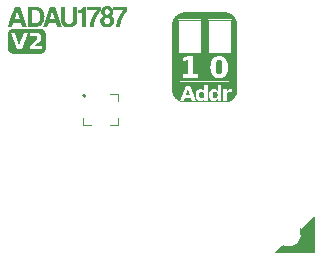
<source format=gbr>
G04 #@! TF.GenerationSoftware,KiCad,Pcbnew,7.0.0*
G04 #@! TF.CreationDate,2024-03-13T15:51:31+01:00*
G04 #@! TF.ProjectId,breakoutBoard_extended,62726561-6b6f-4757-9442-6f6172645f65,rev?*
G04 #@! TF.SameCoordinates,Original*
G04 #@! TF.FileFunction,Legend,Top*
G04 #@! TF.FilePolarity,Positive*
%FSLAX46Y46*%
G04 Gerber Fmt 4.6, Leading zero omitted, Abs format (unit mm)*
G04 Created by KiCad (PCBNEW 7.0.0) date 2024-03-13 15:51:31*
%MOMM*%
%LPD*%
G01*
G04 APERTURE LIST*
%ADD10C,0.000000*%
%ADD11C,0.100000*%
%ADD12C,0.150000*%
%ADD13C,0.120000*%
%ADD14C,0.200000*%
G04 APERTURE END LIST*
D10*
G36*
X64278727Y-39088615D02*
G01*
X64290541Y-39089463D01*
X64301980Y-39090876D01*
X64313043Y-39092854D01*
X64323733Y-39095398D01*
X64334049Y-39098506D01*
X64343993Y-39102180D01*
X64353566Y-39106419D01*
X64362769Y-39111224D01*
X64371603Y-39116593D01*
X64380069Y-39122528D01*
X64388168Y-39129028D01*
X64395901Y-39136093D01*
X64403268Y-39143723D01*
X64410272Y-39151919D01*
X64416913Y-39160679D01*
X64423277Y-39169974D01*
X64429234Y-39179774D01*
X64434784Y-39190079D01*
X64439925Y-39200890D01*
X64444659Y-39212208D01*
X64448983Y-39224035D01*
X64452898Y-39236372D01*
X64456403Y-39249218D01*
X64459497Y-39262576D01*
X64462180Y-39276447D01*
X64464452Y-39290830D01*
X64466312Y-39305729D01*
X64467760Y-39321142D01*
X64468795Y-39337072D01*
X64469416Y-39353520D01*
X64469623Y-39370486D01*
X64469416Y-39387458D01*
X64468795Y-39403921D01*
X64467760Y-39419877D01*
X64466312Y-39435324D01*
X64464452Y-39450261D01*
X64462180Y-39464688D01*
X64459497Y-39478605D01*
X64456403Y-39492012D01*
X64452898Y-39504906D01*
X64448983Y-39517289D01*
X64444659Y-39529160D01*
X64439925Y-39540518D01*
X64434784Y-39551362D01*
X64429234Y-39561692D01*
X64423277Y-39571508D01*
X64416913Y-39580809D01*
X64410272Y-39589570D01*
X64403268Y-39597765D01*
X64395901Y-39605396D01*
X64388168Y-39612461D01*
X64380069Y-39618961D01*
X64371603Y-39624895D01*
X64362769Y-39630265D01*
X64353566Y-39635069D01*
X64343993Y-39639308D01*
X64334049Y-39642982D01*
X64323733Y-39646091D01*
X64313043Y-39648634D01*
X64301980Y-39650612D01*
X64290541Y-39652025D01*
X64278727Y-39652873D01*
X64266535Y-39653156D01*
X64254438Y-39652873D01*
X64242694Y-39652025D01*
X64231304Y-39650612D01*
X64220268Y-39648634D01*
X64209587Y-39646091D01*
X64199260Y-39642982D01*
X64189290Y-39639308D01*
X64179675Y-39635069D01*
X64170417Y-39630265D01*
X64161516Y-39624895D01*
X64152973Y-39618961D01*
X64144788Y-39612461D01*
X64136962Y-39605396D01*
X64129495Y-39597765D01*
X64122387Y-39589570D01*
X64115640Y-39580809D01*
X64109382Y-39571508D01*
X64103528Y-39561692D01*
X64098077Y-39551362D01*
X64093031Y-39540518D01*
X64088388Y-39529160D01*
X64084149Y-39517289D01*
X64080314Y-39504906D01*
X64076882Y-39492012D01*
X64073854Y-39478605D01*
X64071230Y-39464688D01*
X64069009Y-39450261D01*
X64067193Y-39435324D01*
X64065780Y-39419877D01*
X64064770Y-39403921D01*
X64064165Y-39387458D01*
X64063963Y-39370486D01*
X64064165Y-39353520D01*
X64064770Y-39337072D01*
X64065780Y-39321142D01*
X64067193Y-39305729D01*
X64069009Y-39290830D01*
X64071230Y-39276447D01*
X64073854Y-39262576D01*
X64076882Y-39249218D01*
X64080314Y-39236372D01*
X64084149Y-39224035D01*
X64088388Y-39212208D01*
X64093031Y-39200890D01*
X64098077Y-39190079D01*
X64103528Y-39179774D01*
X64109382Y-39169974D01*
X64115640Y-39160679D01*
X64122387Y-39151919D01*
X64129495Y-39143723D01*
X64136962Y-39136093D01*
X64144788Y-39129028D01*
X64152973Y-39122528D01*
X64161516Y-39116593D01*
X64170417Y-39111224D01*
X64179675Y-39106419D01*
X64189290Y-39102180D01*
X64199260Y-39098506D01*
X64209587Y-39095398D01*
X64220268Y-39092854D01*
X64231304Y-39090876D01*
X64242694Y-39089463D01*
X64254438Y-39088615D01*
X64266535Y-39088333D01*
X64278727Y-39088615D01*
G37*
G36*
X65768000Y-36388263D02*
G01*
X65776924Y-36388937D01*
X65785678Y-36389882D01*
X65794264Y-36391097D01*
X65802681Y-36392582D01*
X65810929Y-36394337D01*
X65819007Y-36396363D01*
X65826917Y-36398658D01*
X65834658Y-36401225D01*
X65842230Y-36404061D01*
X65849632Y-36407168D01*
X65856865Y-36410546D01*
X65863928Y-36414194D01*
X65870823Y-36418113D01*
X65877547Y-36422303D01*
X65884102Y-36426764D01*
X65890488Y-36431495D01*
X65896704Y-36436498D01*
X65902750Y-36441771D01*
X65908626Y-36447316D01*
X65914332Y-36453132D01*
X65919869Y-36459218D01*
X65925235Y-36465577D01*
X65930431Y-36472206D01*
X65935458Y-36479107D01*
X65940314Y-36486280D01*
X65944999Y-36493723D01*
X65949515Y-36501439D01*
X65953860Y-36509426D01*
X65962038Y-36526216D01*
X65969773Y-36544178D01*
X65977002Y-36563701D01*
X65983725Y-36584784D01*
X65989943Y-36607428D01*
X65995659Y-36631635D01*
X66000872Y-36657403D01*
X66009796Y-36713629D01*
X66016722Y-36776110D01*
X66021660Y-36844849D01*
X66024617Y-36919852D01*
X66025600Y-37001122D01*
X66025355Y-37042990D01*
X66024617Y-37083285D01*
X66023385Y-37122006D01*
X66021660Y-37159155D01*
X66019439Y-37194730D01*
X66016722Y-37228732D01*
X66013508Y-37261161D01*
X66009796Y-37292017D01*
X66005584Y-37321300D01*
X66000872Y-37349009D01*
X65995659Y-37375146D01*
X65989943Y-37399709D01*
X65983725Y-37422699D01*
X65977002Y-37444116D01*
X65969773Y-37463959D01*
X65962038Y-37482230D01*
X65953718Y-37499169D01*
X65944736Y-37515019D01*
X65935090Y-37529780D01*
X65924783Y-37543450D01*
X65913814Y-37556029D01*
X65902185Y-37567518D01*
X65889894Y-37577914D01*
X65876944Y-37587219D01*
X65863335Y-37595430D01*
X65849067Y-37602549D01*
X65834140Y-37608573D01*
X65818555Y-37613504D01*
X65802313Y-37617339D01*
X65785414Y-37620080D01*
X65767859Y-37621724D01*
X65749648Y-37622272D01*
X65731293Y-37621724D01*
X65722366Y-37621039D01*
X65713606Y-37620080D01*
X65705014Y-37618846D01*
X65696589Y-37617339D01*
X65688331Y-37615558D01*
X65680240Y-37613504D01*
X65672317Y-37611175D01*
X65664560Y-37608573D01*
X65656971Y-37605698D01*
X65649549Y-37602549D01*
X65642294Y-37599126D01*
X65635207Y-37595430D01*
X65628287Y-37591461D01*
X65621534Y-37587219D01*
X65614948Y-37582703D01*
X65608529Y-37577914D01*
X65602277Y-37572853D01*
X65596193Y-37567518D01*
X65590276Y-37561910D01*
X65584526Y-37556029D01*
X65578944Y-37549876D01*
X65573528Y-37543450D01*
X65568280Y-37536751D01*
X65563199Y-37529780D01*
X65558285Y-37522536D01*
X65553539Y-37515019D01*
X65544547Y-37499169D01*
X65536224Y-37482230D01*
X65528484Y-37463959D01*
X65521239Y-37444116D01*
X65514490Y-37422699D01*
X65508238Y-37399709D01*
X65502484Y-37375146D01*
X65497227Y-37349009D01*
X65488209Y-37292017D01*
X65481187Y-37228732D01*
X65476167Y-37159155D01*
X65473152Y-37083285D01*
X65472146Y-37001122D01*
X65472397Y-36959703D01*
X65473152Y-36919852D01*
X65474409Y-36881568D01*
X65476167Y-36844849D01*
X65478427Y-36809697D01*
X65481187Y-36776110D01*
X65484448Y-36744087D01*
X65488209Y-36713629D01*
X65492468Y-36684734D01*
X65497227Y-36657403D01*
X65502484Y-36631635D01*
X65508238Y-36607428D01*
X65514490Y-36584784D01*
X65521239Y-36563701D01*
X65528484Y-36544178D01*
X65536224Y-36526216D01*
X65544547Y-36509426D01*
X65553539Y-36493723D01*
X65563199Y-36479107D01*
X65573528Y-36465577D01*
X65584526Y-36453132D01*
X65596193Y-36441771D01*
X65608529Y-36431495D01*
X65621534Y-36422303D01*
X65635207Y-36414194D01*
X65649549Y-36407168D01*
X65664560Y-36401225D01*
X65680240Y-36396363D01*
X65696589Y-36392582D01*
X65713606Y-36389882D01*
X65731293Y-36388263D01*
X65749648Y-36387723D01*
X65768000Y-36388263D01*
G37*
G36*
X48442586Y-31889435D02*
G01*
X48851526Y-31889435D01*
X49445886Y-33576000D01*
X49062346Y-33576000D01*
X48955666Y-33228036D01*
X48333366Y-33228036D01*
X48213986Y-33576000D01*
X47840606Y-33576000D01*
X48068159Y-32938464D01*
X48424806Y-32938464D01*
X48854066Y-32938464D01*
X48643244Y-32267913D01*
X48640706Y-32267913D01*
X48424806Y-32938464D01*
X48068159Y-32938464D01*
X48442586Y-31889435D01*
G37*
D11*
G36*
X73738000Y-52676000D02*
G01*
X70438000Y-52676000D01*
X71088000Y-52126000D01*
X71338000Y-52276000D01*
X71838000Y-52276000D01*
X72338000Y-52076000D01*
X72638000Y-51676000D01*
X72738000Y-51376000D01*
X72738000Y-50876000D01*
X72638000Y-50676000D01*
X73738000Y-49676000D01*
X73738000Y-52676000D01*
G37*
X73738000Y-52676000D02*
X70438000Y-52676000D01*
X71088000Y-52126000D01*
X71338000Y-52276000D01*
X71838000Y-52276000D01*
X72338000Y-52076000D01*
X72638000Y-51676000D01*
X72738000Y-51376000D01*
X72738000Y-50876000D01*
X72638000Y-50676000D01*
X73738000Y-49676000D01*
X73738000Y-52676000D01*
D10*
G36*
X50618341Y-33767913D02*
G01*
X50642427Y-33769732D01*
X50666154Y-33772729D01*
X50689494Y-33776874D01*
X50712418Y-33782138D01*
X50734895Y-33788491D01*
X50756897Y-33795905D01*
X50778394Y-33804350D01*
X50799358Y-33813796D01*
X50819759Y-33824215D01*
X50839567Y-33835577D01*
X50858754Y-33847854D01*
X50877290Y-33861015D01*
X50895146Y-33875032D01*
X50912293Y-33889875D01*
X50928701Y-33905515D01*
X50944342Y-33921923D01*
X50959185Y-33939069D01*
X50973202Y-33956925D01*
X50986364Y-33975461D01*
X50998641Y-33994647D01*
X51010003Y-34014456D01*
X51020423Y-34034856D01*
X51029869Y-34055820D01*
X51038314Y-34077317D01*
X51045728Y-34099319D01*
X51052082Y-34121796D01*
X51057346Y-34144720D01*
X51061491Y-34168060D01*
X51064488Y-34191788D01*
X51066307Y-34215874D01*
X51066920Y-34240289D01*
X51066920Y-35393688D01*
X51066307Y-35418103D01*
X51064488Y-35442189D01*
X51061491Y-35465917D01*
X51057346Y-35489257D01*
X51052082Y-35512180D01*
X51045728Y-35534658D01*
X51038314Y-35556660D01*
X51029869Y-35578157D01*
X51020423Y-35599121D01*
X51010003Y-35619521D01*
X50998641Y-35639329D01*
X50986364Y-35658516D01*
X50973202Y-35677052D01*
X50959185Y-35694908D01*
X50944342Y-35712054D01*
X50928702Y-35728462D01*
X50912293Y-35744102D01*
X50895147Y-35758945D01*
X50877290Y-35772962D01*
X50858754Y-35786123D01*
X50839567Y-35798399D01*
X50819759Y-35809762D01*
X50799358Y-35820181D01*
X50778395Y-35829627D01*
X50756897Y-35838072D01*
X50734895Y-35845485D01*
X50712418Y-35851839D01*
X50689494Y-35857102D01*
X50666154Y-35861247D01*
X50642427Y-35864244D01*
X50618341Y-35866064D01*
X50593926Y-35866677D01*
X48313600Y-35866677D01*
X48289185Y-35866064D01*
X48265100Y-35864244D01*
X48241372Y-35861247D01*
X48218032Y-35857102D01*
X48195109Y-35851839D01*
X48172631Y-35845485D01*
X48150629Y-35838072D01*
X48129132Y-35829627D01*
X48108168Y-35820181D01*
X48087767Y-35809762D01*
X48067959Y-35798399D01*
X48048772Y-35786123D01*
X48030236Y-35772962D01*
X48012380Y-35758945D01*
X47995233Y-35744102D01*
X47978825Y-35728462D01*
X47963184Y-35712054D01*
X47948341Y-35694908D01*
X47934324Y-35677052D01*
X47921162Y-35658516D01*
X47908886Y-35639329D01*
X47897523Y-35619521D01*
X47887104Y-35599121D01*
X47877657Y-35578157D01*
X47869212Y-35556660D01*
X47861798Y-35534658D01*
X47855445Y-35512180D01*
X47850181Y-35489257D01*
X47846036Y-35465917D01*
X47843039Y-35442189D01*
X47841219Y-35418103D01*
X47840606Y-35393688D01*
X47840606Y-34240289D01*
X47841219Y-34215874D01*
X47843039Y-34191788D01*
X47846036Y-34168060D01*
X47850181Y-34144720D01*
X47855445Y-34121796D01*
X47856926Y-34116555D01*
X48088963Y-34116555D01*
X48603350Y-35505309D01*
X49030301Y-35505309D01*
X49704678Y-35505309D01*
X50713919Y-35505309D01*
X50713919Y-35242077D01*
X50102793Y-35242077D01*
X50399520Y-34981618D01*
X50444473Y-34941499D01*
X50485386Y-34903478D01*
X50504328Y-34885253D01*
X50522259Y-34867551D01*
X50539180Y-34850373D01*
X50555091Y-34833718D01*
X50569992Y-34817587D01*
X50583883Y-34801978D01*
X50596764Y-34786891D01*
X50608635Y-34772328D01*
X50619495Y-34758286D01*
X50629346Y-34744766D01*
X50638186Y-34731769D01*
X50646016Y-34719292D01*
X50653112Y-34706911D01*
X50659751Y-34694415D01*
X50665931Y-34681802D01*
X50671654Y-34669074D01*
X50676919Y-34656230D01*
X50681726Y-34643270D01*
X50686075Y-34630193D01*
X50689967Y-34616999D01*
X50693400Y-34603689D01*
X50696376Y-34590262D01*
X50698894Y-34576717D01*
X50700954Y-34563055D01*
X50702557Y-34549276D01*
X50703701Y-34535378D01*
X50704388Y-34521363D01*
X50704617Y-34507229D01*
X50704076Y-34483033D01*
X50702451Y-34459513D01*
X50699744Y-34436669D01*
X50695955Y-34414501D01*
X50691082Y-34393009D01*
X50685127Y-34372192D01*
X50678089Y-34352052D01*
X50669968Y-34332588D01*
X50660764Y-34313799D01*
X50650478Y-34295686D01*
X50639109Y-34278250D01*
X50626656Y-34261489D01*
X50613122Y-34245404D01*
X50598504Y-34229995D01*
X50582804Y-34215262D01*
X50566021Y-34201205D01*
X50548376Y-34187923D01*
X50529860Y-34175497D01*
X50510472Y-34163926D01*
X50490211Y-34153211D01*
X50469079Y-34143351D01*
X50447074Y-34134348D01*
X50424198Y-34126201D01*
X50400449Y-34118910D01*
X50375829Y-34112477D01*
X50350336Y-34106900D01*
X50323971Y-34102181D01*
X50296735Y-34098319D01*
X50268626Y-34095315D01*
X50239645Y-34093169D01*
X50209792Y-34091881D01*
X50179068Y-34091451D01*
X50179067Y-34091397D01*
X50150624Y-34091734D01*
X50122036Y-34092743D01*
X50093302Y-34094424D01*
X50064423Y-34096773D01*
X50035398Y-34099789D01*
X50006229Y-34103470D01*
X49976914Y-34107815D01*
X49947453Y-34112820D01*
X49917877Y-34118253D01*
X49888213Y-34124294D01*
X49858462Y-34130942D01*
X49828624Y-34138198D01*
X49798698Y-34146062D01*
X49768685Y-34154534D01*
X49738585Y-34163613D01*
X49708398Y-34173300D01*
X49708398Y-34478390D01*
X49736550Y-34461253D01*
X49764267Y-34445231D01*
X49791547Y-34430321D01*
X49818391Y-34416520D01*
X49844800Y-34403824D01*
X49870772Y-34392232D01*
X49896308Y-34381739D01*
X49921408Y-34372344D01*
X49946043Y-34363830D01*
X49958176Y-34360000D01*
X49970184Y-34356455D01*
X49982070Y-34353195D01*
X49993831Y-34350219D01*
X50005469Y-34347527D01*
X50016984Y-34345119D01*
X50028375Y-34342995D01*
X50039642Y-34341154D01*
X50050786Y-34339598D01*
X50061807Y-34338324D01*
X50072704Y-34337334D01*
X50083477Y-34336627D01*
X50094127Y-34336203D01*
X50104653Y-34336062D01*
X50118086Y-34336295D01*
X50131178Y-34336994D01*
X50143928Y-34338159D01*
X50156336Y-34339789D01*
X50168403Y-34341885D01*
X50180128Y-34344447D01*
X50191512Y-34347473D01*
X50202554Y-34350965D01*
X50213255Y-34354923D01*
X50223614Y-34359345D01*
X50233632Y-34364232D01*
X50243308Y-34369583D01*
X50252642Y-34375400D01*
X50261635Y-34381681D01*
X50270286Y-34388426D01*
X50278596Y-34395635D01*
X50286593Y-34403221D01*
X50294075Y-34411108D01*
X50301040Y-34419293D01*
X50307490Y-34427777D01*
X50313423Y-34436561D01*
X50318841Y-34445643D01*
X50323742Y-34455023D01*
X50328128Y-34464701D01*
X50331998Y-34474677D01*
X50335352Y-34484951D01*
X50338189Y-34495521D01*
X50340511Y-34506389D01*
X50342317Y-34517553D01*
X50343607Y-34529013D01*
X50344381Y-34540770D01*
X50344639Y-34552822D01*
X50344512Y-34560714D01*
X50344130Y-34568568D01*
X50343494Y-34576385D01*
X50342604Y-34584165D01*
X50341460Y-34591908D01*
X50340061Y-34599614D01*
X50338408Y-34607283D01*
X50336500Y-34614915D01*
X50334338Y-34622511D01*
X50331922Y-34630070D01*
X50329251Y-34637593D01*
X50326326Y-34645079D01*
X50323147Y-34652529D01*
X50319713Y-34659942D01*
X50316025Y-34667319D01*
X50312083Y-34674660D01*
X50307875Y-34681999D01*
X50303392Y-34689358D01*
X50298632Y-34696739D01*
X50293596Y-34704140D01*
X50288283Y-34711562D01*
X50282695Y-34719006D01*
X50276830Y-34726472D01*
X50270690Y-34733959D01*
X50264273Y-34741468D01*
X50257580Y-34748999D01*
X50250611Y-34756553D01*
X50243366Y-34764129D01*
X50235845Y-34771727D01*
X50228047Y-34779348D01*
X50219974Y-34786992D01*
X50211624Y-34794659D01*
X49704678Y-35242077D01*
X49704678Y-35505309D01*
X49030301Y-35505309D01*
X49544688Y-34116555D01*
X49184710Y-34116555D01*
X48817290Y-35141607D01*
X48448941Y-34116555D01*
X48088963Y-34116555D01*
X47856926Y-34116555D01*
X47861798Y-34099319D01*
X47869212Y-34077317D01*
X47877657Y-34055820D01*
X47887104Y-34034856D01*
X47897523Y-34014456D01*
X47908886Y-33994647D01*
X47921162Y-33975461D01*
X47934324Y-33956925D01*
X47948341Y-33939069D01*
X47963184Y-33921923D01*
X47978825Y-33905515D01*
X47995233Y-33889875D01*
X48012380Y-33875032D01*
X48030236Y-33861015D01*
X48048772Y-33847854D01*
X48067959Y-33835577D01*
X48087767Y-33824215D01*
X48108168Y-33813796D01*
X48129132Y-33804350D01*
X48150629Y-33795905D01*
X48172631Y-33788491D01*
X48195109Y-33782138D01*
X48218032Y-33776874D01*
X48241372Y-33772729D01*
X48265100Y-33769732D01*
X48289185Y-33767913D01*
X48313600Y-33767300D01*
X50593926Y-33767300D01*
X50618341Y-33767913D01*
G37*
G36*
X52717398Y-33001965D02*
G01*
X52717724Y-33021266D01*
X52718699Y-33040110D01*
X52720317Y-33058487D01*
X52722572Y-33076387D01*
X52725457Y-33093799D01*
X52728967Y-33110714D01*
X52733096Y-33127122D01*
X52737837Y-33143011D01*
X52743184Y-33158372D01*
X52749132Y-33173194D01*
X52755675Y-33187467D01*
X52762805Y-33201182D01*
X52770518Y-33214327D01*
X52778807Y-33226893D01*
X52787667Y-33238869D01*
X52797090Y-33250245D01*
X52807072Y-33261011D01*
X52817606Y-33271157D01*
X52828685Y-33280672D01*
X52840305Y-33289546D01*
X52852459Y-33297769D01*
X52865140Y-33305331D01*
X52878343Y-33312221D01*
X52892062Y-33318429D01*
X52906291Y-33323945D01*
X52921024Y-33328759D01*
X52936254Y-33332860D01*
X52951976Y-33336239D01*
X52968183Y-33338885D01*
X52984870Y-33340787D01*
X53002030Y-33341936D01*
X53019658Y-33342321D01*
X53060705Y-33341069D01*
X53080225Y-33339502D01*
X53099077Y-33337306D01*
X53117261Y-33334479D01*
X53134778Y-33331020D01*
X53151628Y-33326927D01*
X53167811Y-33322200D01*
X53183328Y-33316836D01*
X53198180Y-33310835D01*
X53212367Y-33304195D01*
X53225889Y-33296914D01*
X53238747Y-33288992D01*
X53250941Y-33280426D01*
X53262472Y-33271215D01*
X53273340Y-33261359D01*
X53283546Y-33250855D01*
X53293090Y-33239702D01*
X53301973Y-33227899D01*
X53310195Y-33215445D01*
X53317757Y-33202337D01*
X53324658Y-33188575D01*
X53330900Y-33174157D01*
X53336483Y-33159082D01*
X53341408Y-33143348D01*
X53345674Y-33126955D01*
X53349283Y-33109900D01*
X53352234Y-33092182D01*
X53354529Y-33073800D01*
X53356168Y-33054752D01*
X53357150Y-33035037D01*
X53357478Y-33014654D01*
X53357478Y-31889435D01*
X53718158Y-31889435D01*
X53718158Y-33014654D01*
X53717423Y-33052411D01*
X53715226Y-33089005D01*
X53711578Y-33124434D01*
X53706490Y-33158695D01*
X53699973Y-33191785D01*
X53692039Y-33223704D01*
X53682698Y-33254447D01*
X53671962Y-33284013D01*
X53659842Y-33312400D01*
X53646349Y-33339606D01*
X53631494Y-33365627D01*
X53615288Y-33390461D01*
X53597743Y-33414107D01*
X53578870Y-33436562D01*
X53558680Y-33457823D01*
X53537183Y-33477889D01*
X53514392Y-33496757D01*
X53490317Y-33514424D01*
X53464970Y-33530888D01*
X53438361Y-33546148D01*
X53410503Y-33560200D01*
X53381405Y-33573042D01*
X53351079Y-33584673D01*
X53319537Y-33595089D01*
X53286789Y-33604288D01*
X53252847Y-33612268D01*
X53217722Y-33619027D01*
X53181424Y-33624562D01*
X53105358Y-33631953D01*
X53024738Y-33634420D01*
X52949873Y-33632153D01*
X52913828Y-33629313D01*
X52878733Y-33625331D01*
X52844607Y-33620203D01*
X52811469Y-33613925D01*
X52779339Y-33606494D01*
X52748235Y-33597905D01*
X52718177Y-33588156D01*
X52689183Y-33577242D01*
X52661273Y-33565160D01*
X52634466Y-33551905D01*
X52608780Y-33537475D01*
X52584236Y-33521866D01*
X52560851Y-33505073D01*
X52538645Y-33487094D01*
X52517638Y-33467923D01*
X52497847Y-33447559D01*
X52479293Y-33425997D01*
X52461994Y-33403233D01*
X52445969Y-33379263D01*
X52431238Y-33354084D01*
X52417819Y-33327693D01*
X52405732Y-33300085D01*
X52394995Y-33271256D01*
X52385628Y-33241204D01*
X52377650Y-33209924D01*
X52371080Y-33177413D01*
X52365936Y-33143666D01*
X52362239Y-33108681D01*
X52360006Y-33072453D01*
X52359258Y-33034979D01*
X52359258Y-31889435D01*
X52717398Y-31889435D01*
X52717398Y-33001965D01*
G37*
G36*
X63277965Y-39379271D02*
G01*
X62925531Y-39379271D01*
X63102265Y-38867674D01*
X63277965Y-39379271D01*
G37*
G36*
X55732373Y-32143438D02*
G01*
X55663437Y-32223039D01*
X55598562Y-32304590D01*
X55537756Y-32387957D01*
X55481032Y-32473005D01*
X55428401Y-32559601D01*
X55379874Y-32647611D01*
X55335462Y-32736901D01*
X55295176Y-32827337D01*
X55259027Y-32918785D01*
X55227027Y-33011111D01*
X55199187Y-33104181D01*
X55175518Y-33197860D01*
X55156031Y-33292016D01*
X55140737Y-33386514D01*
X55129647Y-33481220D01*
X55122773Y-33576000D01*
X54782413Y-33576000D01*
X54791431Y-33484881D01*
X54804196Y-33393562D01*
X54820705Y-33302198D01*
X54840952Y-33210947D01*
X54864935Y-33119963D01*
X54892650Y-33029405D01*
X54924093Y-32939426D01*
X54959261Y-32850185D01*
X54998149Y-32761837D01*
X55040754Y-32674539D01*
X55087072Y-32588446D01*
X55137100Y-32503715D01*
X55190834Y-32420502D01*
X55248270Y-32338963D01*
X55309404Y-32259255D01*
X55374233Y-32181533D01*
X54551273Y-32181533D01*
X54551273Y-31889435D01*
X55732373Y-31889435D01*
X55732373Y-32143438D01*
G37*
G36*
X65422326Y-39088615D02*
G01*
X65434141Y-39089463D01*
X65445579Y-39090876D01*
X65456643Y-39092854D01*
X65467332Y-39095398D01*
X65477648Y-39098506D01*
X65487592Y-39102180D01*
X65497166Y-39106419D01*
X65506369Y-39111224D01*
X65515203Y-39116593D01*
X65523669Y-39122528D01*
X65531767Y-39129028D01*
X65539500Y-39136093D01*
X65546868Y-39143723D01*
X65553872Y-39151919D01*
X65560512Y-39160679D01*
X65566876Y-39169974D01*
X65572833Y-39179774D01*
X65578383Y-39190079D01*
X65583525Y-39200890D01*
X65588258Y-39212208D01*
X65592582Y-39224035D01*
X65596497Y-39236372D01*
X65600002Y-39249218D01*
X65603096Y-39262576D01*
X65605780Y-39276447D01*
X65608052Y-39290830D01*
X65609912Y-39305729D01*
X65611360Y-39321142D01*
X65612394Y-39337072D01*
X65613015Y-39353520D01*
X65613222Y-39370486D01*
X65613015Y-39387458D01*
X65612394Y-39403921D01*
X65611360Y-39419877D01*
X65609912Y-39435324D01*
X65608052Y-39450261D01*
X65605780Y-39464688D01*
X65603096Y-39478605D01*
X65600002Y-39492012D01*
X65596497Y-39504906D01*
X65592582Y-39517289D01*
X65588258Y-39529160D01*
X65583525Y-39540518D01*
X65578383Y-39551362D01*
X65572833Y-39561692D01*
X65566876Y-39571508D01*
X65560512Y-39580809D01*
X65553872Y-39589570D01*
X65546868Y-39597765D01*
X65539500Y-39605396D01*
X65531767Y-39612461D01*
X65523669Y-39618961D01*
X65515203Y-39624895D01*
X65506369Y-39630265D01*
X65497166Y-39635069D01*
X65487592Y-39639308D01*
X65477648Y-39642982D01*
X65467332Y-39646091D01*
X65456643Y-39648634D01*
X65445579Y-39650612D01*
X65434141Y-39652025D01*
X65422326Y-39652873D01*
X65410134Y-39653156D01*
X65398037Y-39652873D01*
X65386294Y-39652025D01*
X65374904Y-39650612D01*
X65363868Y-39648634D01*
X65353186Y-39646091D01*
X65342860Y-39642982D01*
X65332889Y-39639308D01*
X65323274Y-39635069D01*
X65314017Y-39630265D01*
X65305116Y-39624895D01*
X65296572Y-39618961D01*
X65288387Y-39612461D01*
X65280561Y-39605396D01*
X65273094Y-39597765D01*
X65265986Y-39589570D01*
X65259239Y-39580809D01*
X65252981Y-39571508D01*
X65247127Y-39561692D01*
X65241677Y-39551362D01*
X65236630Y-39540518D01*
X65231988Y-39529160D01*
X65227749Y-39517289D01*
X65223913Y-39504906D01*
X65220482Y-39492012D01*
X65217454Y-39478605D01*
X65214829Y-39464688D01*
X65212609Y-39450261D01*
X65210792Y-39435324D01*
X65209379Y-39419877D01*
X65208370Y-39403921D01*
X65207764Y-39387458D01*
X65207562Y-39370486D01*
X65207764Y-39353520D01*
X65208370Y-39337072D01*
X65209379Y-39321142D01*
X65210792Y-39305729D01*
X65212609Y-39290830D01*
X65214829Y-39276447D01*
X65217454Y-39262576D01*
X65220482Y-39249218D01*
X65223913Y-39236372D01*
X65227749Y-39224035D01*
X65231988Y-39212208D01*
X65236630Y-39200890D01*
X65241677Y-39190079D01*
X65247127Y-39179774D01*
X65252981Y-39169974D01*
X65259239Y-39160679D01*
X65265986Y-39151919D01*
X65273094Y-39143723D01*
X65280561Y-39136093D01*
X65288387Y-39129028D01*
X65296572Y-39122528D01*
X65305116Y-39116593D01*
X65314017Y-39111224D01*
X65323274Y-39106419D01*
X65332889Y-39102180D01*
X65342860Y-39098506D01*
X65353186Y-39095398D01*
X65363868Y-39092854D01*
X65374904Y-39090876D01*
X65386294Y-39089463D01*
X65398037Y-39088615D01*
X65410134Y-39088333D01*
X65422326Y-39088615D01*
G37*
G36*
X55756259Y-32331387D02*
G01*
X56060029Y-32331387D01*
X56060832Y-32355692D01*
X56061837Y-32367485D01*
X56063243Y-32379023D01*
X56065052Y-32390298D01*
X56067262Y-32401297D01*
X56069874Y-32412013D01*
X56072887Y-32422433D01*
X56076303Y-32432548D01*
X56080120Y-32442349D01*
X56084340Y-32451823D01*
X56088961Y-32460962D01*
X56093984Y-32469754D01*
X56099409Y-32478191D01*
X56105235Y-32486261D01*
X56111464Y-32493954D01*
X56118094Y-32501260D01*
X56125126Y-32508169D01*
X56132560Y-32514670D01*
X56140396Y-32520754D01*
X56148633Y-32526410D01*
X56157273Y-32531628D01*
X56166314Y-32536398D01*
X56175757Y-32540709D01*
X56185602Y-32544551D01*
X56195849Y-32547914D01*
X56206498Y-32550787D01*
X56217548Y-32553162D01*
X56229000Y-32555026D01*
X56240855Y-32556370D01*
X56253111Y-32557184D01*
X56265768Y-32557458D01*
X56278426Y-32557184D01*
X56290682Y-32556370D01*
X56302536Y-32555026D01*
X56313989Y-32553162D01*
X56325039Y-32550787D01*
X56335688Y-32547914D01*
X56345935Y-32544551D01*
X56355780Y-32540709D01*
X56365223Y-32536398D01*
X56374264Y-32531628D01*
X56382903Y-32526410D01*
X56391141Y-32520754D01*
X56398977Y-32514670D01*
X56406411Y-32508169D01*
X56413443Y-32501260D01*
X56420073Y-32493954D01*
X56426302Y-32486261D01*
X56432128Y-32478191D01*
X56437553Y-32469754D01*
X56442576Y-32460962D01*
X56447197Y-32451823D01*
X56451416Y-32442349D01*
X56455234Y-32432548D01*
X56458649Y-32422433D01*
X56461663Y-32412013D01*
X56464275Y-32401297D01*
X56468293Y-32379023D01*
X56470704Y-32355692D01*
X56471508Y-32331387D01*
X56470704Y-32306216D01*
X56469700Y-32294053D01*
X56468293Y-32282183D01*
X56466485Y-32270615D01*
X56464275Y-32259356D01*
X56461663Y-32248416D01*
X56458649Y-32237802D01*
X56455234Y-32227523D01*
X56451416Y-32217588D01*
X56447197Y-32208004D01*
X56442576Y-32198780D01*
X56437553Y-32189924D01*
X56432128Y-32181445D01*
X56426302Y-32173352D01*
X56420073Y-32165651D01*
X56413443Y-32158353D01*
X56406411Y-32151465D01*
X56398977Y-32144995D01*
X56391141Y-32138952D01*
X56382903Y-32133345D01*
X56374264Y-32128181D01*
X56365223Y-32123470D01*
X56355780Y-32119219D01*
X56345935Y-32115436D01*
X56335688Y-32112131D01*
X56325039Y-32109311D01*
X56313989Y-32106986D01*
X56302536Y-32105162D01*
X56290682Y-32103849D01*
X56278426Y-32103055D01*
X56265768Y-32102789D01*
X56253111Y-32103055D01*
X56240855Y-32103849D01*
X56229000Y-32105162D01*
X56217548Y-32106986D01*
X56206498Y-32109311D01*
X56195849Y-32112131D01*
X56185602Y-32115436D01*
X56175757Y-32119219D01*
X56166314Y-32123470D01*
X56157273Y-32128181D01*
X56148633Y-32133345D01*
X56140396Y-32138952D01*
X56132560Y-32144995D01*
X56125126Y-32151465D01*
X56118094Y-32158353D01*
X56111464Y-32165651D01*
X56105235Y-32173352D01*
X56099409Y-32181445D01*
X56093984Y-32189924D01*
X56088961Y-32198780D01*
X56084340Y-32208004D01*
X56080120Y-32217588D01*
X56076303Y-32227523D01*
X56072887Y-32237802D01*
X56069874Y-32248416D01*
X56067262Y-32259356D01*
X56063243Y-32282183D01*
X56060832Y-32306216D01*
X56060029Y-32331387D01*
X55756259Y-32331387D01*
X55755833Y-32325170D01*
X55755229Y-32298346D01*
X55755864Y-32273548D01*
X55757754Y-32249176D01*
X55760871Y-32225253D01*
X55765190Y-32201803D01*
X55770685Y-32178850D01*
X55777330Y-32156418D01*
X55785098Y-32134529D01*
X55793964Y-32113209D01*
X55803901Y-32092480D01*
X55814884Y-32072366D01*
X55826886Y-32052892D01*
X55839882Y-32034080D01*
X55853845Y-32015954D01*
X55868750Y-31998539D01*
X55884569Y-31981857D01*
X55901278Y-31965934D01*
X55918851Y-31950791D01*
X55937260Y-31936454D01*
X55956481Y-31922945D01*
X55976486Y-31910289D01*
X55997251Y-31898509D01*
X56018748Y-31887629D01*
X56040953Y-31877673D01*
X56063838Y-31868664D01*
X56087379Y-31860626D01*
X56111548Y-31853582D01*
X56136319Y-31847558D01*
X56161668Y-31842575D01*
X56187567Y-31838659D01*
X56213991Y-31835832D01*
X56240913Y-31834118D01*
X56268308Y-31833542D01*
X56299033Y-31834118D01*
X56328818Y-31835829D01*
X56357661Y-31838650D01*
X56385560Y-31842555D01*
X56412511Y-31847519D01*
X56438514Y-31853515D01*
X56463564Y-31860519D01*
X56487661Y-31868505D01*
X56510801Y-31877447D01*
X56532983Y-31887320D01*
X56554205Y-31898097D01*
X56574462Y-31909755D01*
X56593755Y-31922266D01*
X56612079Y-31935605D01*
X56629434Y-31949747D01*
X56645816Y-31964667D01*
X56661223Y-31980338D01*
X56675653Y-31996735D01*
X56689103Y-32013833D01*
X56701572Y-32031605D01*
X56713056Y-32050027D01*
X56723554Y-32069073D01*
X56733064Y-32088717D01*
X56741582Y-32108933D01*
X56749107Y-32129697D01*
X56755636Y-32150982D01*
X56761166Y-32172763D01*
X56765697Y-32195014D01*
X56769225Y-32217710D01*
X56771747Y-32240825D01*
X56773263Y-32264334D01*
X56773768Y-32288211D01*
X56773223Y-32315871D01*
X56771551Y-32343517D01*
X56768695Y-32371013D01*
X56764601Y-32398225D01*
X56759211Y-32425021D01*
X56752471Y-32451266D01*
X56744325Y-32476827D01*
X56734716Y-32501569D01*
X56729346Y-32513591D01*
X56723589Y-32525358D01*
X56717439Y-32536854D01*
X56710889Y-32548061D01*
X56703931Y-32558964D01*
X56696558Y-32569544D01*
X56688765Y-32579786D01*
X56680543Y-32589673D01*
X56671885Y-32599188D01*
X56662786Y-32608315D01*
X56653237Y-32617036D01*
X56643231Y-32625334D01*
X56632763Y-32633194D01*
X56621824Y-32640598D01*
X56610408Y-32647530D01*
X56598535Y-32653959D01*
X56626448Y-32668004D01*
X56653069Y-32684372D01*
X56678307Y-32702921D01*
X56702093Y-32723521D01*
X56724362Y-32746040D01*
X56745045Y-32770349D01*
X56764077Y-32796317D01*
X56781389Y-32823815D01*
X56796916Y-32852711D01*
X56810589Y-32882876D01*
X56822343Y-32914179D01*
X56832110Y-32946490D01*
X56839823Y-32979679D01*
X56845415Y-33013615D01*
X56848819Y-33048168D01*
X56849969Y-33083209D01*
X56847734Y-33142143D01*
X56844938Y-33170763D01*
X56841019Y-33198784D01*
X56835978Y-33226180D01*
X56829810Y-33252925D01*
X56822515Y-33278992D01*
X56814091Y-33304356D01*
X56804536Y-33328991D01*
X56793848Y-33352870D01*
X56782025Y-33375968D01*
X56769066Y-33398258D01*
X56754968Y-33419714D01*
X56739729Y-33440312D01*
X56723349Y-33460023D01*
X56705824Y-33478823D01*
X56687153Y-33496685D01*
X56667334Y-33513584D01*
X56646366Y-33529492D01*
X56624246Y-33544385D01*
X56600973Y-33558236D01*
X56576544Y-33571020D01*
X56550959Y-33582709D01*
X56524214Y-33593279D01*
X56496308Y-33602702D01*
X56467240Y-33610954D01*
X56437007Y-33618007D01*
X56405608Y-33623836D01*
X56373040Y-33628416D01*
X56339302Y-33631719D01*
X56304393Y-33633720D01*
X56268309Y-33634393D01*
X56232434Y-33633699D01*
X56197677Y-33631639D01*
X56164039Y-33628246D01*
X56131521Y-33623553D01*
X56100125Y-33617593D01*
X56069852Y-33610400D01*
X56040704Y-33602005D01*
X56012681Y-33592443D01*
X55985787Y-33581746D01*
X55960020Y-33569947D01*
X55935384Y-33557079D01*
X55911880Y-33543176D01*
X55889509Y-33528270D01*
X55868272Y-33512394D01*
X55848170Y-33495581D01*
X55829206Y-33477865D01*
X55811380Y-33459278D01*
X55794695Y-33439854D01*
X55779150Y-33419625D01*
X55764749Y-33398624D01*
X55751491Y-33376885D01*
X55739379Y-33354440D01*
X55728414Y-33331323D01*
X55718597Y-33307566D01*
X55709930Y-33283203D01*
X55702414Y-33258266D01*
X55696050Y-33232789D01*
X55690841Y-33206804D01*
X55686786Y-33180345D01*
X55683889Y-33153445D01*
X55682149Y-33126136D01*
X55681569Y-33098452D01*
X55682007Y-33083236D01*
X56027008Y-33083236D01*
X56027820Y-33115256D01*
X56030287Y-33145561D01*
X56032157Y-33160055D01*
X56034459Y-33174102D01*
X56037199Y-33187696D01*
X56040383Y-33200831D01*
X56044017Y-33213502D01*
X56048108Y-33225701D01*
X56052660Y-33237423D01*
X56057682Y-33248661D01*
X56063177Y-33259411D01*
X56069153Y-33269665D01*
X56075616Y-33279418D01*
X56082571Y-33288663D01*
X56090024Y-33297395D01*
X56097983Y-33305608D01*
X56106451Y-33313295D01*
X56115437Y-33320450D01*
X56124945Y-33327068D01*
X56134982Y-33333141D01*
X56145554Y-33338666D01*
X56156667Y-33343634D01*
X56168327Y-33348040D01*
X56180540Y-33351879D01*
X56193312Y-33355144D01*
X56206649Y-33357828D01*
X56220557Y-33359927D01*
X56235042Y-33361433D01*
X56250111Y-33362342D01*
X56265768Y-33362646D01*
X56281441Y-33362342D01*
X56296551Y-33361433D01*
X56311105Y-33359927D01*
X56325106Y-33357828D01*
X56338558Y-33355144D01*
X56351465Y-33351879D01*
X56363832Y-33348040D01*
X56375663Y-33343634D01*
X56386961Y-33338666D01*
X56397732Y-33333141D01*
X56407979Y-33327068D01*
X56417707Y-33320450D01*
X56426919Y-33313295D01*
X56435620Y-33305608D01*
X56443814Y-33297395D01*
X56451505Y-33288663D01*
X56458698Y-33279418D01*
X56465397Y-33269665D01*
X56471605Y-33259411D01*
X56477327Y-33248661D01*
X56482568Y-33237423D01*
X56487330Y-33225701D01*
X56491620Y-33213502D01*
X56495440Y-33200831D01*
X56501689Y-33174102D01*
X56506111Y-33145561D01*
X56508739Y-33115256D01*
X56509608Y-33083236D01*
X56508712Y-33054737D01*
X56506007Y-33027402D01*
X56503969Y-33014200D01*
X56501471Y-33001324D01*
X56498510Y-32988786D01*
X56495083Y-32976597D01*
X56491187Y-32964769D01*
X56486819Y-32953313D01*
X56481977Y-32942242D01*
X56476658Y-32931566D01*
X56470859Y-32921297D01*
X56464577Y-32911448D01*
X56457809Y-32902029D01*
X56450553Y-32893053D01*
X56442806Y-32884530D01*
X56434566Y-32876473D01*
X56425828Y-32868893D01*
X56416591Y-32861802D01*
X56406851Y-32855211D01*
X56396607Y-32849133D01*
X56385855Y-32843578D01*
X56374592Y-32838558D01*
X56362815Y-32834086D01*
X56350522Y-32830172D01*
X56337711Y-32826828D01*
X56324377Y-32824066D01*
X56310519Y-32821898D01*
X56296133Y-32820334D01*
X56281217Y-32819388D01*
X56265768Y-32819070D01*
X56250334Y-32819374D01*
X56235461Y-32820279D01*
X56221144Y-32821776D01*
X56207378Y-32823858D01*
X56194159Y-32826514D01*
X56181483Y-32829736D01*
X56169345Y-32833516D01*
X56157739Y-32837844D01*
X56146662Y-32842711D01*
X56136108Y-32848109D01*
X56126073Y-32854029D01*
X56116553Y-32860462D01*
X56107543Y-32867399D01*
X56099037Y-32874832D01*
X56091032Y-32882751D01*
X56083523Y-32891147D01*
X56076505Y-32900012D01*
X56069974Y-32909338D01*
X56063924Y-32919114D01*
X56058351Y-32929333D01*
X56053251Y-32939985D01*
X56048619Y-32951062D01*
X56044450Y-32962554D01*
X56040740Y-32974454D01*
X56037484Y-32986751D01*
X56034676Y-32999438D01*
X56030391Y-33025943D01*
X56027848Y-33053900D01*
X56027008Y-33083236D01*
X55682007Y-33083236D01*
X55682610Y-33062321D01*
X55683911Y-33044666D01*
X55685731Y-33027290D01*
X55688070Y-33010197D01*
X55690928Y-32993391D01*
X55694304Y-32976874D01*
X55698198Y-32960652D01*
X55702609Y-32944727D01*
X55707536Y-32929104D01*
X55712980Y-32913785D01*
X55718939Y-32898776D01*
X55725414Y-32884079D01*
X55732404Y-32869698D01*
X55739908Y-32855638D01*
X55747926Y-32841901D01*
X55756458Y-32828492D01*
X55765502Y-32815414D01*
X55775059Y-32802670D01*
X55785128Y-32790266D01*
X55795709Y-32778204D01*
X55806801Y-32766488D01*
X55818403Y-32755122D01*
X55830516Y-32744110D01*
X55843138Y-32733455D01*
X55856270Y-32723161D01*
X55869911Y-32713232D01*
X55884059Y-32703671D01*
X55898716Y-32694483D01*
X55913880Y-32685671D01*
X55929551Y-32677238D01*
X55945729Y-32669189D01*
X55932891Y-32662273D01*
X55920568Y-32654869D01*
X55919223Y-32653973D01*
X56598508Y-32653973D01*
X56598535Y-32653959D01*
X56598509Y-32653946D01*
X56598508Y-32653973D01*
X55919223Y-32653973D01*
X55908751Y-32646996D01*
X55897434Y-32638673D01*
X55886610Y-32629918D01*
X55876272Y-32620750D01*
X55866414Y-32611187D01*
X55857027Y-32601249D01*
X55839642Y-32580319D01*
X55824062Y-32558109D01*
X55810230Y-32534767D01*
X55798091Y-32510444D01*
X55787589Y-32485286D01*
X55778669Y-32459444D01*
X55771274Y-32433065D01*
X55765349Y-32406300D01*
X55760838Y-32379296D01*
X55757684Y-32352204D01*
X55756259Y-32331387D01*
G37*
G36*
X61758678Y-33434415D02*
G01*
X61760071Y-33378940D01*
X61764207Y-33324212D01*
X61771019Y-33270297D01*
X61780440Y-33217262D01*
X61792404Y-33165173D01*
X61806844Y-33114097D01*
X61823694Y-33064100D01*
X61842887Y-33015249D01*
X61864357Y-32967610D01*
X61875886Y-32945040D01*
X62231001Y-32945040D01*
X62231001Y-35825483D01*
X64218476Y-35825483D01*
X64218476Y-32945557D01*
X64807587Y-32945557D01*
X64807587Y-35826000D01*
X66795062Y-35826000D01*
X66795062Y-32945557D01*
X64807587Y-32945557D01*
X64218476Y-32945557D01*
X64218476Y-32945040D01*
X62231001Y-32945040D01*
X61875886Y-32945040D01*
X61888038Y-32921251D01*
X61913862Y-32876237D01*
X61941763Y-32832634D01*
X61971675Y-32790511D01*
X62003531Y-32749932D01*
X62037264Y-32710965D01*
X62072809Y-32673676D01*
X62110098Y-32638131D01*
X62149065Y-32604398D01*
X62189644Y-32572542D01*
X62231768Y-32542630D01*
X62275370Y-32514729D01*
X62320384Y-32488905D01*
X62366744Y-32465225D01*
X62414382Y-32443755D01*
X62463233Y-32424562D01*
X62513230Y-32407712D01*
X62564306Y-32393272D01*
X62616395Y-32381308D01*
X62669430Y-32371887D01*
X62723345Y-32365075D01*
X62778073Y-32360939D01*
X62833548Y-32359546D01*
X66209051Y-32359546D01*
X66264526Y-32360939D01*
X66319254Y-32365075D01*
X66373169Y-32371887D01*
X66426204Y-32381308D01*
X66478293Y-32393272D01*
X66529369Y-32407712D01*
X66579366Y-32424562D01*
X66628217Y-32443755D01*
X66675855Y-32465225D01*
X66722215Y-32488905D01*
X66767229Y-32514729D01*
X66810831Y-32542630D01*
X66852955Y-32572542D01*
X66893534Y-32604398D01*
X66932501Y-32638131D01*
X66969790Y-32673676D01*
X67005335Y-32710965D01*
X67039068Y-32749932D01*
X67070924Y-32790511D01*
X67100836Y-32832634D01*
X67128737Y-32876237D01*
X67154561Y-32921251D01*
X67178241Y-32967610D01*
X67199711Y-33015249D01*
X67218905Y-33064100D01*
X67235755Y-33114097D01*
X67250195Y-33165173D01*
X67262159Y-33217262D01*
X67271580Y-33270297D01*
X67278391Y-33324212D01*
X67282527Y-33378940D01*
X67283921Y-33434415D01*
X67283921Y-38911082D01*
X67282527Y-38966557D01*
X67278392Y-39021286D01*
X67271580Y-39075201D01*
X67262159Y-39128236D01*
X67250195Y-39180325D01*
X67235755Y-39231401D01*
X67218905Y-39281398D01*
X67199712Y-39330249D01*
X67178242Y-39377887D01*
X67154561Y-39424247D01*
X67128737Y-39469261D01*
X67100836Y-39512863D01*
X67070924Y-39554987D01*
X67039068Y-39595566D01*
X67005335Y-39634533D01*
X66969790Y-39671822D01*
X66932501Y-39707366D01*
X66893534Y-39741100D01*
X66852955Y-39772956D01*
X66810831Y-39802867D01*
X66767229Y-39830768D01*
X66722215Y-39856592D01*
X66675855Y-39880273D01*
X66628217Y-39901742D01*
X66579366Y-39920936D01*
X66529369Y-39937786D01*
X66478293Y-39952226D01*
X66426204Y-39964190D01*
X66373169Y-39973611D01*
X66319254Y-39980422D01*
X66264526Y-39984558D01*
X66209051Y-39985951D01*
X62833548Y-39985951D01*
X62778073Y-39984558D01*
X62723345Y-39980422D01*
X62669430Y-39973611D01*
X62616395Y-39964190D01*
X62564306Y-39952226D01*
X62513230Y-39937786D01*
X62463233Y-39920936D01*
X62414382Y-39901742D01*
X62366744Y-39880273D01*
X62320384Y-39856592D01*
X62312571Y-39852110D01*
X62427888Y-39852110D01*
X62761201Y-39852110D01*
X62842849Y-39618016D01*
X63361164Y-39618016D01*
X63442296Y-39852110D01*
X63775608Y-39852110D01*
X63597129Y-39370486D01*
X63744603Y-39370486D01*
X63745046Y-39398055D01*
X63746378Y-39424996D01*
X63748598Y-39451307D01*
X63751708Y-39476988D01*
X63755709Y-39502038D01*
X63760602Y-39526458D01*
X63766388Y-39550246D01*
X63773068Y-39573402D01*
X63780643Y-39595925D01*
X63789113Y-39617816D01*
X63798481Y-39639073D01*
X63808746Y-39659696D01*
X63819910Y-39679685D01*
X63831975Y-39699038D01*
X63844940Y-39717756D01*
X63858807Y-39735838D01*
X63873377Y-39752940D01*
X63888448Y-39768936D01*
X63904020Y-39783824D01*
X63920093Y-39797607D01*
X63936665Y-39810285D01*
X63953737Y-39821857D01*
X63971307Y-39832324D01*
X63989377Y-39841688D01*
X64007944Y-39849948D01*
X64027008Y-39857106D01*
X64046570Y-39863160D01*
X64066627Y-39868113D01*
X64087181Y-39871964D01*
X64108230Y-39874714D01*
X64129774Y-39876364D01*
X64151813Y-39876914D01*
X64164313Y-39876763D01*
X64176621Y-39876310D01*
X64188738Y-39875553D01*
X64200663Y-39874492D01*
X64212399Y-39873125D01*
X64223944Y-39871452D01*
X64235300Y-39869471D01*
X64246467Y-39867182D01*
X64257446Y-39864583D01*
X64268236Y-39861674D01*
X64278840Y-39858453D01*
X64289256Y-39854919D01*
X64299486Y-39851072D01*
X64309531Y-39846911D01*
X64319389Y-39842434D01*
X64329063Y-39837640D01*
X64338596Y-39832507D01*
X64348032Y-39827015D01*
X64357370Y-39821162D01*
X64366609Y-39814951D01*
X64375750Y-39808381D01*
X64384791Y-39801452D01*
X64393732Y-39794167D01*
X64402573Y-39786524D01*
X64411313Y-39778524D01*
X64419951Y-39770168D01*
X64428488Y-39761457D01*
X64436922Y-39752390D01*
X64445253Y-39742969D01*
X64453480Y-39733194D01*
X64461604Y-39723065D01*
X64469623Y-39712584D01*
X64469623Y-39852110D01*
X64779682Y-39852110D01*
X64779682Y-39370486D01*
X64888202Y-39370486D01*
X64888646Y-39398055D01*
X64889977Y-39424996D01*
X64892197Y-39451307D01*
X64895308Y-39476988D01*
X64899309Y-39502038D01*
X64904202Y-39526458D01*
X64909987Y-39550246D01*
X64916667Y-39573402D01*
X64924242Y-39595925D01*
X64932712Y-39617816D01*
X64942080Y-39639073D01*
X64952345Y-39659696D01*
X64963510Y-39679685D01*
X64975574Y-39699038D01*
X64988540Y-39717756D01*
X65002407Y-39735838D01*
X65016976Y-39752940D01*
X65032047Y-39768936D01*
X65047619Y-39783824D01*
X65063692Y-39797607D01*
X65080264Y-39810285D01*
X65097336Y-39821857D01*
X65114907Y-39832324D01*
X65132976Y-39841688D01*
X65151543Y-39849948D01*
X65170608Y-39857106D01*
X65190169Y-39863160D01*
X65210227Y-39868113D01*
X65230781Y-39871964D01*
X65251830Y-39874714D01*
X65273374Y-39876364D01*
X65295412Y-39876914D01*
X65307912Y-39876763D01*
X65320220Y-39876310D01*
X65332337Y-39875553D01*
X65344263Y-39874492D01*
X65355998Y-39873125D01*
X65367543Y-39871452D01*
X65378899Y-39869471D01*
X65390066Y-39867182D01*
X65401045Y-39864583D01*
X65411836Y-39861674D01*
X65422439Y-39858453D01*
X65432855Y-39854919D01*
X65443085Y-39851072D01*
X65453130Y-39846911D01*
X65462988Y-39842434D01*
X65472662Y-39837640D01*
X65482195Y-39832507D01*
X65491631Y-39827015D01*
X65500969Y-39821162D01*
X65510208Y-39814951D01*
X65519349Y-39808381D01*
X65528390Y-39801452D01*
X65537331Y-39794167D01*
X65546172Y-39786524D01*
X65554912Y-39778524D01*
X65563550Y-39770168D01*
X65572087Y-39761457D01*
X65580521Y-39752390D01*
X65588852Y-39742969D01*
X65597079Y-39733194D01*
X65605203Y-39723065D01*
X65613222Y-39712584D01*
X65613222Y-39852110D01*
X65923281Y-39852110D01*
X66100531Y-39852110D01*
X66408522Y-39852110D01*
X66408522Y-39407693D01*
X66408775Y-39390186D01*
X66409533Y-39373194D01*
X66410795Y-39356717D01*
X66412560Y-39340756D01*
X66414827Y-39325310D01*
X66417594Y-39310382D01*
X66420862Y-39295970D01*
X66424628Y-39282076D01*
X66428893Y-39268700D01*
X66433654Y-39255843D01*
X66438912Y-39243505D01*
X66444664Y-39231686D01*
X66450910Y-39220388D01*
X66457649Y-39209610D01*
X66464879Y-39199353D01*
X66472601Y-39189618D01*
X66480887Y-39180338D01*
X66489597Y-39171660D01*
X66498732Y-39163584D01*
X66508290Y-39156109D01*
X66518272Y-39149235D01*
X66528678Y-39142962D01*
X66539508Y-39137289D01*
X66550761Y-39132214D01*
X66562439Y-39127739D01*
X66574541Y-39123862D01*
X66587066Y-39120583D01*
X66600016Y-39117901D01*
X66613389Y-39115816D01*
X66627186Y-39114328D01*
X66641407Y-39113435D01*
X66656052Y-39113137D01*
X66666159Y-39113278D01*
X66676238Y-39113702D01*
X66686291Y-39114415D01*
X66696317Y-39115420D01*
X66706315Y-39116720D01*
X66716287Y-39118321D01*
X66726232Y-39120226D01*
X66736151Y-39122439D01*
X66746256Y-39124768D01*
X66756337Y-39127445D01*
X66766402Y-39130461D01*
X66776458Y-39133808D01*
X66786515Y-39137478D01*
X66796580Y-39141463D01*
X66806661Y-39145754D01*
X66816766Y-39150344D01*
X66816249Y-38871292D01*
X66800020Y-38869354D01*
X66785803Y-38867846D01*
X66779460Y-38867254D01*
X66773632Y-38866770D01*
X66768324Y-38866393D01*
X66763539Y-38866124D01*
X66754657Y-38865316D01*
X66746098Y-38864660D01*
X66741940Y-38864408D01*
X66737862Y-38864218D01*
X66733866Y-38864098D01*
X66729949Y-38864057D01*
X66716612Y-38864228D01*
X66703513Y-38864743D01*
X66690653Y-38865601D01*
X66678031Y-38866802D01*
X66665646Y-38868346D01*
X66653499Y-38870234D01*
X66641588Y-38872464D01*
X66629913Y-38875038D01*
X66618473Y-38877955D01*
X66607268Y-38881215D01*
X66596298Y-38884818D01*
X66585562Y-38888765D01*
X66575060Y-38893054D01*
X66564790Y-38897687D01*
X66554753Y-38902663D01*
X66544948Y-38907982D01*
X66535430Y-38913569D01*
X66526039Y-38919563D01*
X66516777Y-38925963D01*
X66507644Y-38932770D01*
X66498642Y-38939983D01*
X66489771Y-38947601D01*
X66481033Y-38955624D01*
X66472429Y-38964051D01*
X66463959Y-38972882D01*
X66455625Y-38982115D01*
X66447427Y-38991752D01*
X66439367Y-39001791D01*
X66431445Y-39012231D01*
X66423663Y-39023073D01*
X66416022Y-39034315D01*
X66408522Y-39045958D01*
X66408522Y-38887311D01*
X66100531Y-38887311D01*
X66100531Y-39852110D01*
X65923281Y-39852110D01*
X65923281Y-38512140D01*
X65613222Y-38512140D01*
X65613222Y-39028904D01*
X65605204Y-39018529D01*
X65597081Y-39008503D01*
X65588853Y-38998827D01*
X65580521Y-38989501D01*
X65572083Y-38980525D01*
X65563538Y-38971899D01*
X65554887Y-38963623D01*
X65546129Y-38955696D01*
X65537263Y-38948120D01*
X65528289Y-38940893D01*
X65519207Y-38934016D01*
X65510015Y-38927489D01*
X65500713Y-38921313D01*
X65491302Y-38915485D01*
X65481779Y-38910008D01*
X65472146Y-38904881D01*
X65462472Y-38899975D01*
X65452612Y-38895379D01*
X65442568Y-38891092D01*
X65432339Y-38887117D01*
X65421927Y-38883454D01*
X65411331Y-38880105D01*
X65400553Y-38877069D01*
X65389593Y-38874349D01*
X65378451Y-38871945D01*
X65367128Y-38869858D01*
X65355624Y-38868090D01*
X65343940Y-38866640D01*
X65332076Y-38865511D01*
X65320033Y-38864704D01*
X65307812Y-38864219D01*
X65295412Y-38864057D01*
X65273374Y-38864612D01*
X65251830Y-38866277D01*
X65230781Y-38869053D01*
X65210227Y-38872938D01*
X65190169Y-38877935D01*
X65170608Y-38884041D01*
X65151543Y-38891257D01*
X65132976Y-38899584D01*
X65114907Y-38909021D01*
X65097336Y-38919568D01*
X65080264Y-38931226D01*
X65063692Y-38943994D01*
X65047619Y-38957872D01*
X65032047Y-38972860D01*
X65016976Y-38988958D01*
X65002407Y-39006167D01*
X64988540Y-39024143D01*
X64975574Y-39042758D01*
X64963510Y-39062012D01*
X64952345Y-39081905D01*
X64942080Y-39102438D01*
X64932712Y-39123610D01*
X64924242Y-39145421D01*
X64916667Y-39167871D01*
X64909987Y-39190961D01*
X64904202Y-39214689D01*
X64899309Y-39239057D01*
X64895308Y-39264065D01*
X64892197Y-39289711D01*
X64889977Y-39315997D01*
X64888646Y-39342922D01*
X64888202Y-39370486D01*
X64779682Y-39370486D01*
X64779682Y-38512140D01*
X64469623Y-38512140D01*
X64469623Y-39028904D01*
X64461604Y-39018529D01*
X64453482Y-39008503D01*
X64445254Y-38998827D01*
X64436922Y-38989501D01*
X64428483Y-38980525D01*
X64419939Y-38971899D01*
X64411288Y-38963623D01*
X64402530Y-38955696D01*
X64393664Y-38948120D01*
X64384690Y-38940893D01*
X64375607Y-38934016D01*
X64366416Y-38927489D01*
X64357114Y-38921313D01*
X64347702Y-38915485D01*
X64338180Y-38910008D01*
X64328546Y-38904881D01*
X64318872Y-38899975D01*
X64309012Y-38895379D01*
X64298968Y-38891092D01*
X64288739Y-38887117D01*
X64278327Y-38883454D01*
X64267732Y-38880105D01*
X64256954Y-38877069D01*
X64245993Y-38874349D01*
X64234851Y-38871945D01*
X64223528Y-38869858D01*
X64212024Y-38868090D01*
X64200340Y-38866640D01*
X64188477Y-38865511D01*
X64176434Y-38864704D01*
X64164212Y-38864219D01*
X64151813Y-38864057D01*
X64129774Y-38864612D01*
X64108230Y-38866277D01*
X64087181Y-38869053D01*
X64066627Y-38872938D01*
X64046570Y-38877935D01*
X64027008Y-38884041D01*
X64007944Y-38891257D01*
X63989377Y-38899584D01*
X63971307Y-38909021D01*
X63953737Y-38919568D01*
X63936665Y-38931226D01*
X63920093Y-38943994D01*
X63904020Y-38957872D01*
X63888448Y-38972860D01*
X63873377Y-38988958D01*
X63858807Y-39006167D01*
X63844940Y-39024143D01*
X63831975Y-39042758D01*
X63819910Y-39062012D01*
X63808746Y-39081905D01*
X63798481Y-39102438D01*
X63789113Y-39123610D01*
X63780643Y-39145421D01*
X63773068Y-39167871D01*
X63766388Y-39190961D01*
X63760602Y-39214689D01*
X63755709Y-39239057D01*
X63751708Y-39264065D01*
X63748598Y-39289711D01*
X63746378Y-39315997D01*
X63745046Y-39342922D01*
X63744603Y-39370486D01*
X63597129Y-39370486D01*
X63299152Y-38566401D01*
X62903828Y-38566401D01*
X62427888Y-39852110D01*
X62312571Y-39852110D01*
X62275370Y-39830768D01*
X62231768Y-39802867D01*
X62189644Y-39772956D01*
X62149065Y-39741100D01*
X62110098Y-39707366D01*
X62072809Y-39671822D01*
X62037264Y-39634533D01*
X62003531Y-39595566D01*
X61971675Y-39554987D01*
X61941763Y-39512863D01*
X61913862Y-39469261D01*
X61888038Y-39424247D01*
X61864357Y-39377887D01*
X61842887Y-39330249D01*
X61823694Y-39281398D01*
X61806844Y-39231401D01*
X61792404Y-39180325D01*
X61780440Y-39128236D01*
X61771019Y-39075201D01*
X61764207Y-39021286D01*
X61760071Y-38966557D01*
X61758678Y-38911082D01*
X61758678Y-38301301D01*
X61758678Y-38193814D01*
X62448558Y-38193814D01*
X62448558Y-38301301D01*
X66594041Y-38301301D01*
X66594041Y-38193814D01*
X62448558Y-38193814D01*
X61758678Y-38193814D01*
X61758678Y-36505545D01*
X61758678Y-36189802D01*
X62685753Y-36189802D01*
X62685753Y-36505545D01*
X63106399Y-36418729D01*
X63106399Y-37582482D01*
X62696605Y-37582482D01*
X62696605Y-37903392D01*
X63955442Y-37903392D01*
X63955442Y-37582482D01*
X63545648Y-37582482D01*
X63545648Y-37004739D01*
X65008091Y-37004739D01*
X65008843Y-37059862D01*
X65011098Y-37113392D01*
X65014858Y-37165330D01*
X65020122Y-37215676D01*
X65026892Y-37264430D01*
X65035167Y-37311592D01*
X65044948Y-37357163D01*
X65056237Y-37401141D01*
X65069032Y-37443527D01*
X65083335Y-37484321D01*
X65099147Y-37523523D01*
X65116467Y-37561133D01*
X65135296Y-37597151D01*
X65155635Y-37631577D01*
X65177485Y-37664411D01*
X65200845Y-37695653D01*
X65225598Y-37725002D01*
X65251627Y-37752457D01*
X65278930Y-37778019D01*
X65307508Y-37801687D01*
X65337359Y-37823461D01*
X65368484Y-37843343D01*
X65400881Y-37861330D01*
X65434551Y-37877425D01*
X65469492Y-37891626D01*
X65505705Y-37903933D01*
X65543188Y-37914347D01*
X65581942Y-37922868D01*
X65621965Y-37929495D01*
X65663258Y-37934229D01*
X65705819Y-37937069D01*
X65749648Y-37938015D01*
X65793327Y-37937069D01*
X65835741Y-37934229D01*
X65876889Y-37929495D01*
X65916773Y-37922868D01*
X65955392Y-37914347D01*
X65992747Y-37903933D01*
X66028839Y-37891626D01*
X66063668Y-37877425D01*
X66097235Y-37861330D01*
X66129541Y-37843343D01*
X66160584Y-37823461D01*
X66190367Y-37801687D01*
X66218890Y-37778019D01*
X66246153Y-37752457D01*
X66272157Y-37725002D01*
X66296902Y-37695653D01*
X66320267Y-37664411D01*
X66342133Y-37631577D01*
X66362498Y-37597151D01*
X66381360Y-37561133D01*
X66398719Y-37523523D01*
X66414574Y-37484321D01*
X66428924Y-37443527D01*
X66441768Y-37401141D01*
X66453104Y-37357163D01*
X66462932Y-37311592D01*
X66471251Y-37264430D01*
X66478059Y-37215676D01*
X66483357Y-37165330D01*
X66487142Y-37113392D01*
X66489413Y-37059862D01*
X66490171Y-37004739D01*
X66489413Y-36949476D01*
X66487142Y-36895823D01*
X66483357Y-36843781D01*
X66478059Y-36793350D01*
X66471251Y-36744530D01*
X66462932Y-36697321D01*
X66453104Y-36651723D01*
X66441768Y-36607735D01*
X66428924Y-36565358D01*
X66414574Y-36524593D01*
X66398719Y-36485438D01*
X66381360Y-36447894D01*
X66362498Y-36411960D01*
X66342133Y-36377638D01*
X66320267Y-36344926D01*
X66296902Y-36313826D01*
X66272157Y-36284333D01*
X66246153Y-36256747D01*
X66218890Y-36231066D01*
X66190367Y-36207291D01*
X66160584Y-36185421D01*
X66129541Y-36165456D01*
X66097235Y-36147394D01*
X66063668Y-36131235D01*
X66028839Y-36116980D01*
X65992747Y-36104627D01*
X65955392Y-36094175D01*
X65916773Y-36085625D01*
X65876889Y-36078976D01*
X65835741Y-36074228D01*
X65793327Y-36071379D01*
X65749648Y-36070429D01*
X65705819Y-36071379D01*
X65663258Y-36074228D01*
X65621965Y-36078976D01*
X65581942Y-36085625D01*
X65543188Y-36094175D01*
X65505705Y-36104627D01*
X65469492Y-36116980D01*
X65434551Y-36131235D01*
X65400881Y-36147394D01*
X65368484Y-36165456D01*
X65337359Y-36185421D01*
X65307508Y-36207291D01*
X65278930Y-36231066D01*
X65251627Y-36256747D01*
X65225598Y-36284333D01*
X65200845Y-36313826D01*
X65177485Y-36344926D01*
X65155635Y-36377638D01*
X65135296Y-36411960D01*
X65116467Y-36447894D01*
X65099147Y-36485438D01*
X65083335Y-36524593D01*
X65069032Y-36565358D01*
X65056237Y-36607735D01*
X65044948Y-36651723D01*
X65035167Y-36697321D01*
X65026892Y-36744530D01*
X65020122Y-36793350D01*
X65014858Y-36843781D01*
X65011098Y-36895823D01*
X65008843Y-36949476D01*
X65008091Y-37004739D01*
X63545648Y-37004739D01*
X63545648Y-36102986D01*
X63104332Y-36102986D01*
X62685753Y-36189802D01*
X61758678Y-36189802D01*
X61758678Y-35826000D01*
X61758678Y-35825483D01*
X61758678Y-33434415D01*
G37*
G36*
X49524625Y-31889462D02*
G01*
X50177405Y-31889462D01*
X50219874Y-31890374D01*
X50261535Y-31893096D01*
X50302351Y-31897607D01*
X50342287Y-31903887D01*
X50381307Y-31911916D01*
X50419377Y-31921674D01*
X50456461Y-31933139D01*
X50492524Y-31946291D01*
X50527530Y-31961110D01*
X50561443Y-31977575D01*
X50594230Y-31995667D01*
X50625854Y-32015364D01*
X50656279Y-32036645D01*
X50685472Y-32059492D01*
X50713395Y-32083882D01*
X50740015Y-32109796D01*
X50765295Y-32137214D01*
X50789200Y-32166114D01*
X50811695Y-32196476D01*
X50832745Y-32228280D01*
X50852313Y-32261505D01*
X50870366Y-32296132D01*
X50886867Y-32332139D01*
X50901781Y-32369506D01*
X50915073Y-32408212D01*
X50926707Y-32448238D01*
X50936649Y-32489562D01*
X50944862Y-32532164D01*
X50951311Y-32576025D01*
X50955962Y-32621122D01*
X50958778Y-32667436D01*
X50959725Y-32714947D01*
X50958874Y-32762560D01*
X50956338Y-32809172D01*
X50952144Y-32854749D01*
X50946320Y-32899258D01*
X50938893Y-32942666D01*
X50929889Y-32984939D01*
X50919335Y-33026043D01*
X50907258Y-33065946D01*
X50893686Y-33104613D01*
X50878645Y-33142012D01*
X50862162Y-33178108D01*
X50844264Y-33212868D01*
X50824979Y-33246259D01*
X50804332Y-33278248D01*
X50782352Y-33308800D01*
X50759065Y-33337882D01*
X50734498Y-33365461D01*
X50708678Y-33391504D01*
X50681632Y-33415976D01*
X50653387Y-33438845D01*
X50623970Y-33460076D01*
X50593408Y-33479638D01*
X50561728Y-33497494D01*
X50528957Y-33513614D01*
X50495121Y-33527962D01*
X50460249Y-33540506D01*
X50424366Y-33551212D01*
X50387501Y-33560047D01*
X50349679Y-33566976D01*
X50310927Y-33571967D01*
X50271274Y-33574987D01*
X50230745Y-33576000D01*
X49524625Y-33576028D01*
X49524625Y-33288983D01*
X49524625Y-32181533D01*
X49867525Y-32181533D01*
X49867525Y-33288983D01*
X50159625Y-33288983D01*
X50187926Y-33288417D01*
X50215208Y-33286722D01*
X50241479Y-33283897D01*
X50266747Y-33279944D01*
X50291019Y-33274864D01*
X50314304Y-33268657D01*
X50336610Y-33261325D01*
X50357944Y-33252868D01*
X50378314Y-33243288D01*
X50397728Y-33232585D01*
X50416195Y-33220760D01*
X50433722Y-33207815D01*
X50450317Y-33193749D01*
X50465987Y-33178565D01*
X50480742Y-33162262D01*
X50494588Y-33144842D01*
X50507533Y-33126306D01*
X50519586Y-33106655D01*
X50530755Y-33085889D01*
X50541047Y-33064010D01*
X50550470Y-33041018D01*
X50559032Y-33016915D01*
X50573605Y-32965377D01*
X50584830Y-32909404D01*
X50592769Y-32849003D01*
X50597487Y-32784182D01*
X50599045Y-32714947D01*
X50597479Y-32646169D01*
X50592710Y-32582637D01*
X50589090Y-32552803D01*
X50584629Y-32524239D01*
X50579313Y-32496931D01*
X50573129Y-32470864D01*
X50566063Y-32446026D01*
X50558102Y-32422401D01*
X50549232Y-32399976D01*
X50539439Y-32378738D01*
X50528711Y-32358671D01*
X50517034Y-32339762D01*
X50504394Y-32321998D01*
X50490778Y-32305363D01*
X50476172Y-32289845D01*
X50460562Y-32275429D01*
X50443936Y-32262102D01*
X50426280Y-32249848D01*
X50407581Y-32238656D01*
X50387824Y-32228509D01*
X50366996Y-32219396D01*
X50345085Y-32211300D01*
X50322075Y-32204210D01*
X50297955Y-32198110D01*
X50272710Y-32192987D01*
X50246327Y-32188826D01*
X50218793Y-32185615D01*
X50190093Y-32183338D01*
X50160215Y-32181982D01*
X50129145Y-32181533D01*
X49867525Y-32181533D01*
X49524625Y-32181533D01*
X49524625Y-31889462D01*
G37*
G36*
X51434700Y-31889435D02*
G01*
X51843640Y-31889435D01*
X52438000Y-33576000D01*
X52054459Y-33576000D01*
X51947780Y-33228036D01*
X51325480Y-33228036D01*
X51206100Y-33576000D01*
X50832720Y-33576000D01*
X51060273Y-32938464D01*
X51416919Y-32938464D01*
X51846180Y-32938464D01*
X51635357Y-32267913D01*
X51632819Y-32267913D01*
X51416919Y-32938464D01*
X51060273Y-32938464D01*
X51434700Y-31889435D01*
G37*
D12*
X71138001Y-52175998D02*
G75*
G03*
X72655818Y-50713354I499999J999998D01*
G01*
D10*
G36*
X54475074Y-33576000D02*
G01*
X54144874Y-33576000D01*
X54144874Y-32410131D01*
X53799434Y-32410131D01*
X53799434Y-32181533D01*
X53826019Y-32181251D01*
X53851493Y-32180402D01*
X53875879Y-32178987D01*
X53899199Y-32177004D01*
X53921473Y-32174455D01*
X53942722Y-32171337D01*
X53962969Y-32167652D01*
X53982235Y-32163397D01*
X54000541Y-32158573D01*
X54017908Y-32153180D01*
X54034358Y-32147216D01*
X54049912Y-32140682D01*
X54064592Y-32133576D01*
X54078419Y-32125899D01*
X54091414Y-32117650D01*
X54103599Y-32108828D01*
X54114996Y-32099433D01*
X54125625Y-32089465D01*
X54135508Y-32078923D01*
X54144666Y-32067807D01*
X54153121Y-32056115D01*
X54160895Y-32043848D01*
X54168007Y-32031006D01*
X54174481Y-32017587D01*
X54180338Y-32003591D01*
X54185598Y-31989019D01*
X54190283Y-31973868D01*
X54194414Y-31958140D01*
X54198014Y-31941832D01*
X54201103Y-31924946D01*
X54205834Y-31889435D01*
X54475074Y-31889435D01*
X54475074Y-33576000D01*
G37*
G36*
X57975182Y-32143438D02*
G01*
X57906246Y-32223039D01*
X57841370Y-32304590D01*
X57780565Y-32387957D01*
X57723841Y-32473005D01*
X57671209Y-32559601D01*
X57622682Y-32647611D01*
X57578270Y-32736901D01*
X57537984Y-32827337D01*
X57501835Y-32918785D01*
X57469835Y-33011111D01*
X57441995Y-33104181D01*
X57418326Y-33197860D01*
X57398839Y-33292016D01*
X57383545Y-33386514D01*
X57372456Y-33481220D01*
X57365582Y-33576000D01*
X57025222Y-33576000D01*
X57034241Y-33484881D01*
X57047006Y-33393562D01*
X57063514Y-33302198D01*
X57083761Y-33210947D01*
X57107744Y-33119963D01*
X57135459Y-33029405D01*
X57166902Y-32939426D01*
X57202069Y-32850185D01*
X57240957Y-32761837D01*
X57283562Y-32674539D01*
X57329881Y-32588446D01*
X57379909Y-32503715D01*
X57433643Y-32420502D01*
X57491079Y-32338963D01*
X57552213Y-32259255D01*
X57617042Y-32181533D01*
X56794082Y-32181533D01*
X56794082Y-31889435D01*
X57975182Y-31889435D01*
X57975182Y-32143438D01*
G37*
D13*
X57147500Y-39314000D02*
X57147500Y-39894000D01*
X57147500Y-41874000D02*
X57147500Y-41294000D01*
X56473750Y-39314000D02*
X57147500Y-39314000D01*
X56473750Y-41874000D02*
X57147500Y-41874000D01*
X57147500Y-39314000D02*
X57147500Y-39894000D01*
X57147500Y-39314000D02*
X57147500Y-39894000D01*
X56473750Y-39314000D02*
X57147500Y-39314000D01*
X56473750Y-39314000D02*
X57147500Y-39314000D01*
X54212500Y-41874000D02*
X54212500Y-41294000D01*
X54886250Y-41874000D02*
X54212500Y-41874000D01*
D14*
X54432500Y-39434000D02*
G75*
G03*
X54432500Y-39434000I-100000J0D01*
G01*
D13*
X64786000Y-33002000D02*
X66786000Y-33002000D01*
X66786000Y-33002000D02*
X66786000Y-35802000D01*
X64786000Y-35802000D02*
X64786000Y-33002000D01*
X66786000Y-35802000D02*
X64786000Y-35802000D01*
X64246000Y-33002000D02*
X64246000Y-35802000D01*
X64246000Y-35802000D02*
X62246000Y-35802000D01*
X62246000Y-35802000D02*
X62246000Y-33002000D01*
X62246000Y-33002000D02*
X64246000Y-33002000D01*
M02*

</source>
